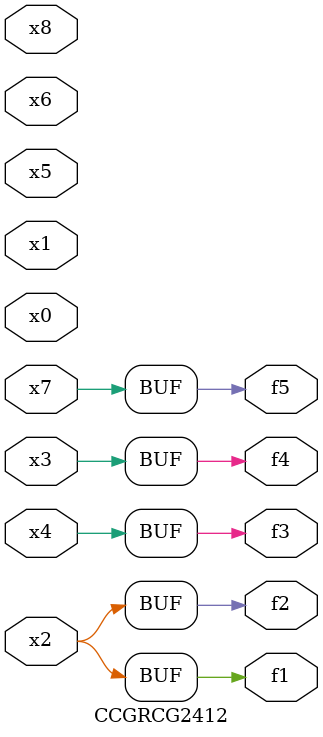
<source format=v>
module CCGRCG2412(
	input x0, x1, x2, x3, x4, x5, x6, x7, x8,
	output f1, f2, f3, f4, f5
);
	assign f1 = x2;
	assign f2 = x2;
	assign f3 = x4;
	assign f4 = x3;
	assign f5 = x7;
endmodule

</source>
